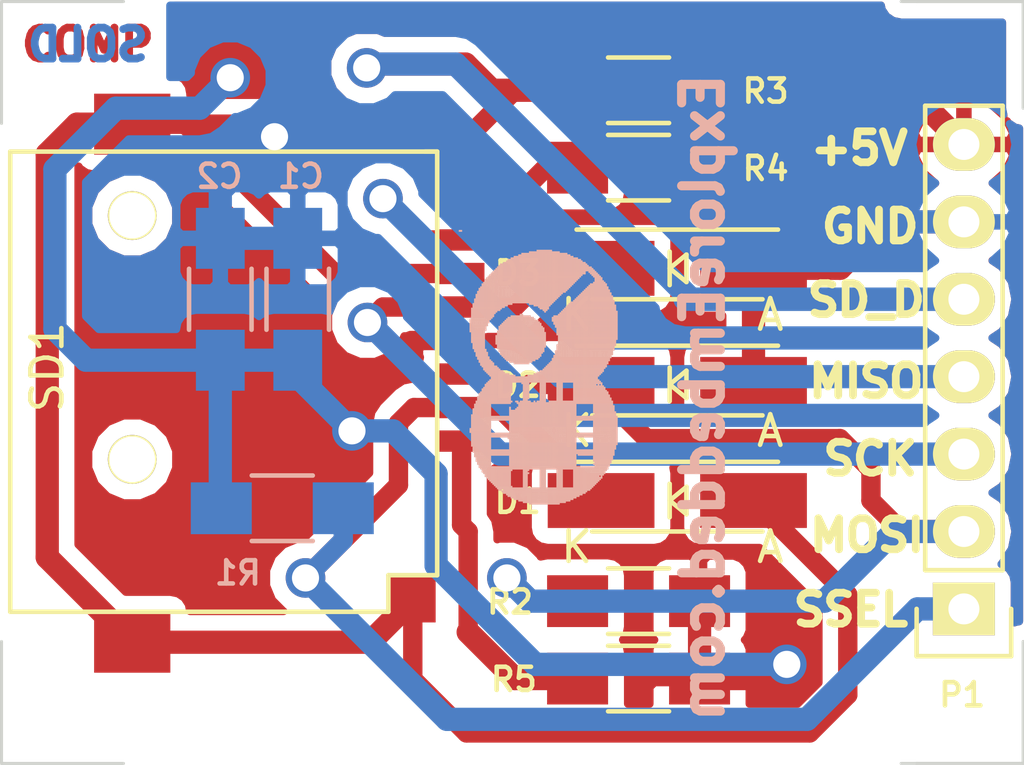
<source format=kicad_pcb>
(kicad_pcb (version 4) (host pcbnew "(2015-01-16 BZR 5376)-product")
  (layers (0 F.Cu signal) (31 B.Cu signal) (34 B.Paste user) (35 F.Paste user) (36 B.SilkS user) (37 F.SilkS user) (38 B.Mask user) (39 F.Mask user) (44 Edge.Cuts user))
  (net 0 "")
  (net 1 GND)
  (net 2 /SSEL)
  (net 3 /MOSI)
  (net 4 /SCK)
  (net 5 /MISO)
  (net 6 /SD_DETECT)
  (net 7 "Net-(R4-Pad1)")
  (net 8 "Net-(R5-Pad1)")
  (net 9 5V)
  (module Capacitors_SMD:C_1206_HandSoldering (layer B.Cu) (at 43.714 34.77 90)
    (fp_text reference C1 (at 4.036 0.101 180) (layer B.SilkS) (effects (font (size 0.762 0.762)) (justify mirror)))
    (fp_text value 100nF hide)
    (pad 1 smd rect (at -2 0 90) (size 2 1.6) (layers B.Cu B.Paste B.Mask) (net 9 5V))
    (pad 2 smd rect (at 2 0 90) (size 2 1.6) (layers B.Cu B.Paste B.Mask) (net 1 GND))
  )
  (module Capacitors_SMD:C_1206_HandSoldering (layer B.Cu) (at 41.174 34.77 90)
    (fp_text reference C2 (at 4.036 -0.026 180) (layer B.SilkS) (effects (font (size 0.762 0.762)) (justify mirror)))
    (fp_text value 10uF hide)
    (pad 1 smd rect (at -2 0 90) (size 2 1.6) (layers B.Cu B.Paste B.Mask) (net 9 5V))
    (pad 2 smd rect (at 2 0 90) (size 2 1.6) (layers B.Cu B.Paste B.Mask) (net 1 GND))
  )
  (module Pin_Headers:Pin_Header_Straight_1x07 (layer F.Cu) (at 65.558 44.93 180)
    (fp_text reference P1 (at 0.058 -2.82 180) (layer F.SilkS) (effects (font (size 0.762 0.762))))
    (fp_text value CONN_01X07 hide)
    (pad 1 thru_hole rect (at 0 0 180) (size 2.032 1.7272) (drill 1.016) (layers *.Cu *.Mask F.SilkS) (net 2 /SSEL))
    (pad 2 thru_hole oval (at 0 2.54 180) (size 2.032 1.7272) (drill 1.016) (layers *.Cu *.Mask F.SilkS) (net 3 /MOSI))
    (pad 3 thru_hole oval (at 0 5.08 180) (size 2.032 1.7272) (drill 1.016) (layers *.Cu *.Mask F.SilkS) (net 4 /SCK))
    (pad 4 thru_hole oval (at 0 7.62 180) (size 2.032 1.7272) (drill 1.016) (layers *.Cu *.Mask F.SilkS) (net 5 /MISO))
    (pad 5 thru_hole oval (at 0 10.16 180) (size 2.032 1.7272) (drill 1.016) (layers *.Cu *.Mask F.SilkS) (net 6 /SD_DETECT))
    (pad 6 thru_hole oval (at 0 12.7 180) (size 2.032 1.7272) (drill 1.016) (layers *.Cu *.Mask F.SilkS) (net 1 GND))
    (pad 7 thru_hole oval (at 0 15.24 180) (size 2.032 1.7272) (drill 1.016) (layers *.Cu *.Mask F.SilkS) (net 9 5V))
  )
  (module Resistors_SMD:R_1206_HandSoldering (layer B.Cu) (at 43.206 41.628)
    (fp_text reference R1 (at -1.456 2.122) (layer B.SilkS) (effects (font (size 0.762 0.762)) (justify mirror)))
    (fp_text value 10k hide)
    (pad 1 smd rect (at -2 0) (size 2 1.7) (layers B.Cu B.Paste B.Mask) (net 9 5V))
    (pad 2 smd rect (at 2 0) (size 2 1.7) (layers B.Cu B.Paste B.Mask) (net 2 /SSEL))
  )
  (module Resistors_SMD:R_1206_HandSoldering (layer F.Cu) (at 54.89 44.676 180)
    (fp_text reference R2 (at 4.217 -0.028 180) (layer F.SilkS) (effects (font (size 0.762 0.762))))
    (fp_text value 10k hide)
    (pad 1 smd rect (at -2 0 180) (size 2 1.7) (layers F.Cu F.Paste F.Mask) (net 9 5V))
    (pad 2 smd rect (at 2 0 180) (size 2 1.7) (layers F.Cu F.Paste F.Mask) (net 3 /MOSI))
  )
  (module Resistors_SMD:R_1206_HandSoldering (layer F.Cu) (at 54.89 27.912 180)
    (fp_text reference R3 (at -4.165 -0.028 180) (layer F.SilkS) (effects (font (size 0.762 0.762))))
    (fp_text value 1K hide)
    (pad 1 smd rect (at -2 0 180) (size 2 1.7) (layers F.Cu F.Paste F.Mask) (net 9 5V))
    (pad 2 smd rect (at 2 0 180) (size 2 1.7) (layers F.Cu F.Paste F.Mask) (net 6 /SD_DETECT))
  )
  (module Resistors_SMD:R_1206_HandSoldering (layer F.Cu) (at 54.89 30.452)
    (fp_text reference R4 (at 4.165 0.028) (layer F.SilkS) (effects (font (size 0.762 0.762))))
    (fp_text value 33K hide)
    (pad 1 smd rect (at -2 0) (size 2 1.7) (layers F.Cu F.Paste F.Mask) (net 7 "Net-(R4-Pad1)"))
    (pad 2 smd rect (at 2 0) (size 2 1.7) (layers F.Cu F.Paste F.Mask) (net 9 5V))
  )
  (module Resistors_SMD:R_1206_HandSoldering (layer F.Cu) (at 54.89 47.216)
    (fp_text reference R5 (at -4.09 0.028) (layer F.SilkS) (effects (font (size 0.762 0.762))))
    (fp_text value 33K hide)
    (pad 1 smd rect (at -2 0) (size 2 1.7) (layers F.Cu F.Paste F.Mask) (net 8 "Net-(R5-Pad1)"))
    (pad 2 smd rect (at 2 0) (size 2 1.7) (layers F.Cu F.Paste F.Mask) (net 9 5V))
  )
  (module ee:Micro_SD (layer F.Cu) (at 48.286 35.024 270)
    (fp_text reference SD1 (at 1.976 12.786 270) (layer F.SilkS) (effects (font (size 1.016 1.016))))
    (fp_text value MICRO_SD hide)
    (pad 1 smd rect (at 4.4 -0.8 270) (size 0.7 1.5) (layers F.Cu F.Paste F.Mask) (net 8 "Net-(R5-Pad1)"))
    (pad 2 smd rect (at 3.3 -0.8 270) (size 0.7 1.5) (layers F.Cu F.Paste F.Mask) (net 2 /SSEL))
    (pad 3 smd rect (at 2.2 -0.8 270) (size 0.7 1.5) (layers F.Cu F.Paste F.Mask) (net 3 /MOSI))
    (pad 4 smd rect (at 1.1 -0.8 270) (size 0.7 1.5) (layers F.Cu F.Paste F.Mask) (net 9 5V))
    (pad 5 smd rect (at 0 -0.8 270) (size 0.7 1.5) (layers F.Cu F.Paste F.Mask) (net 4 /SCK))
    (pad 6 smd rect (at -1.1 -0.8 270) (size 0.7 1.5) (layers F.Cu F.Paste F.Mask) (net 1 GND))
    (pad 7 smd rect (at -2.2 -0.8 270) (size 0.7 1.5) (layers F.Cu F.Paste F.Mask) (net 5 /MISO))
    (pad 8 smd rect (at -3.3 -0.8 270) (size 0.7 1.5) (layers F.Cu F.Paste F.Mask) (net 7 "Net-(R4-Pad1)"))
    (pad 9 smd rect (at -4.4 -0.8 270) (size 0.7 1.5) (layers F.Cu F.Paste F.Mask) (net 6 /SD_DETECT))
    (pad 10 smd rect (at -5.8 0.9 270) (size 1.5 1.5) (layers F.Cu F.Paste F.Mask) (net 1 GND))
    (pad 11 smd rect (at 9.6 0.8 270) (size 1.5 1.5) (layers F.Cu F.Paste F.Mask) (net 1 GND))
    (pad 12 smd rect (at -6 10 270) (size 2 2.5) (layers F.Cu F.Paste F.Mask) (net 1 GND))
    (pad 13 smd rect (at 11 10 270) (size 2 2.5) (layers F.Cu F.Paste F.Mask) (net 1 GND))
    (pad "" thru_hole circle (at -3 10 270) (size 1.6 1.6) (drill 1.5) (layers *.Cu *.Mask F.SilkS))
    (pad "" thru_hole circle (at 5 10 270) (size 1.6 1.6) (drill 1.5) (layers *.Cu *.Mask F.SilkS))
  )
  (module ee:ZenerDiode_SMD (layer F.Cu) (at 56.16 41.374)
    (fp_text reference D1 (at -5.233 0.028) (layer F.SilkS) (effects (font (size 0.762 0.762))))
    (fp_text value ZENER hide)
    (fp_text user K (at -3.302 1.524) (layer F.SilkS))
    (fp_text user A (at 3.048 1.524) (layer F.SilkS))
    (pad 2 smd rect (at -2.49936 0) (size 3.50012 1.80086) (layers F.Cu F.Paste F.Mask) (net 2 /SSEL))
    (pad 1 smd rect (at 2.49936 0) (size 3.50012 1.80086) (layers F.Cu F.Paste F.Mask) (net 1 GND))
  )
  (module ee:ZenerDiode_SMD (layer F.Cu) (at 56.16 37.564)
    (fp_text reference D2 (at -5.233 0.028) (layer F.SilkS) (effects (font (size 0.762 0.762))))
    (fp_text value ZENER hide)
    (fp_text user K (at -3.302 1.524) (layer F.SilkS))
    (fp_text user A (at 3.048 1.524) (layer F.SilkS))
    (pad 2 smd rect (at -2.49936 0) (size 3.50012 1.80086) (layers F.Cu F.Paste F.Mask) (net 3 /MOSI))
    (pad 1 smd rect (at 2.49936 0) (size 3.50012 1.80086) (layers F.Cu F.Paste F.Mask) (net 1 GND))
  )
  (module ee:ZenerDiode_SMD (layer F.Cu) (at 56.16 33.754)
    (fp_text reference D3 (at -5.233 0.155) (layer F.SilkS) (effects (font (size 0.762 0.762))))
    (fp_text value ZENER hide)
    (fp_text user K (at -3.302 1.524) (layer F.SilkS))
    (fp_text user A (at 3.048 1.524) (layer F.SilkS))
    (pad 2 smd rect (at -2.49936 0) (size 3.50012 1.80086) (layers F.Cu F.Paste F.Mask) (net 4 /SCK))
    (pad 1 smd rect (at 2.49936 0) (size 3.50012 1.80086) (layers F.Cu F.Paste F.Mask) (net 1 GND))
  )
  (module "LOGO:LOGO (2)" (layer B.Cu) (at 49 32.5 270)
    (fp_text reference LOGO hide)
    (fp_text value "" (at 0 0 270) (layer B.SilkS) (effects (justify mirror)))
  )
  (gr_line (start 34 25) (end 34 29) (angle 90) (layer Edge.Cuts) (width 0.1))
  (gr_line (start 34 50) (end 34 46) (angle 90) (layer Edge.Cuts) (width 0.1))
  (gr_line (start 34 50) (end 38 50) (angle 90) (layer Edge.Cuts) (width 0.1))
  (gr_line (start 67.5 50) (end 63.5 50) (angle 90) (layer Edge.Cuts) (width 0.1))
  (gr_line (start 67.5 50) (end 67.5 46) (angle 90) (layer Edge.Cuts) (width 0.1))
  (gr_line (start 67.5 25) (end 67.5 28.5) (angle 90) (layer Edge.Cuts) (width 0.1))
  (gr_line (start 67.5 25) (end 63.5 25) (angle 90) (layer Edge.Cuts) (width 0.1))
  (gr_line (start 34 25) (end 38 25) (angle 90) (layer Edge.Cuts) (width 0.1))
  (gr_text ExploreEmbedded.com (at 57 38 90) (layer B.SilkS) (effects (font (size 1.27 1.27) (thickness 0.3)) (justify mirror)))
  (gr_text SOLD (at 36.83 26.416) (layer B.Cu) (effects (font (size 1.016 1.016) (thickness 0.254)) (justify mirror)))
  (gr_text COMP (at 36.83 26.416) (layer F.Cu) (effects (font (size 1.016 1.016) (thickness 0.254))))
  (gr_text SSEL (at 61.849 44.958) (layer F.SilkS) (effects (font (size 1.016 1.016) (thickness 0.254))))
  (gr_text MOSI (at 62.383 42.517) (layer F.SilkS) (effects (font (size 1.016 1.016) (thickness 0.254))))
  (gr_text SCK (at 62.484 40.005) (layer F.SilkS) (effects (font (size 1.016 1.016) (thickness 0.254))))
  (gr_text MISO (at 62.357 37.465) (layer F.SilkS) (effects (font (size 1.016 1.016) (thickness 0.254))))
  (gr_text SD_D (at 62.357 34.798) (layer F.SilkS) (effects (font (size 1.016 1.016) (thickness 0.254))))
  (gr_text GND (at 62.484 32.385) (layer F.SilkS) (effects (font (size 1.016 1.016) (thickness 0.254))))
  (gr_text +5V (at 62.129 29.817) (layer F.SilkS) (effects (font (size 1.016 1.016) (thickness 0.254))))
  (gr_line (start 67.5 50) (end 64 50) (angle 90) (layer Edge.Cuts) (width 0.1))
  (gr_line (start 64 25) (end 67.5 25) (angle 90) (layer Edge.Cuts) (width 0.1))
  (segment (start 60.5 49) (end 61.75 47.75) (width 0.635) (layer F.Cu) (net 1))
  (segment (start 61.75 47.75) (end 61.75 44.46464) (width 0.635) (layer F.Cu) (net 1))
  (segment (start 61.75 44.46464) (end 58.65936 41.374) (width 0.635) (layer F.Cu) (net 1))
  (segment (start 58.65936 41.374) (end 58.65936 41.40936) (width 0.635) (layer F.Cu) (net 1))
  (segment (start 58.65936 33.754) (end 58.65936 37.564) (width 0.762) (layer F.Cu) (net 1))
  (segment (start 61.496 33.754) (end 58.65936 33.754) (width 0.762) (layer F.Cu) (net 1))
  (segment (start 58.65936 33.754) (end 61.496 33.754) (width 0.635) (layer F.Cu) (net 1))
  (segment (start 65.558 32.23) (end 60.48 32.23) (width 0.762) (layer B.Cu) (net 1))
  (segment (start 60.48 32.23) (end 54 25.75) (width 0.762) (layer B.Cu) (net 1))
  (segment (start 42.952 29.436) (end 42.952 28.048) (width 0.762) (layer B.Cu) (net 1))
  (segment (start 42.952 28.048) (end 45.25 25.75) (width 0.762) (layer B.Cu) (net 1))
  (segment (start 60.48 32.23) (end 54 25.75) (width 0.635) (layer B.Cu) (net 1))
  (segment (start 54 25.75) (end 45.25 25.75) (width 0.635) (layer B.Cu) (net 1))
  (segment (start 65.558 32.23) (end 63.02 32.23) (width 0.762) (layer F.Cu) (net 1))
  (segment (start 63.02 32.23) (end 61.496 33.754) (width 0.762) (layer F.Cu) (net 1))
  (segment (start 61.496 33.754) (end 63.02 32.23) (width 0.635) (layer F.Cu) (net 1))
  (segment (start 43.714 32.77) (end 41.174 32.77) (width 0.762) (layer B.Cu) (net 1))
  (segment (start 41.174 32.77) (end 41.174 31.214) (width 0.762) (layer B.Cu) (net 1))
  (segment (start 41.174 31.214) (end 42.952 29.436) (width 0.762) (layer B.Cu) (net 1))
  (segment (start 65.558 32.23) (end 63.02 32.23) (width 0.635) (layer F.Cu) (net 1))
  (segment (start 63.02 32.23) (end 61.496 33.754) (width 0.635) (layer F.Cu) (net 1))
  (segment (start 42.952 29.436) (end 41.174 31.214) (width 0.635) (layer B.Cu) (net 1))
  (via (at 42.952 29.436) (size 1.3) (drill 0.889) (layers F.Cu B.Cu) (net 1))
  (segment (start 38.286 29.024) (end 36.476 29.024) (width 0.762) (layer F.Cu) (net 1))
  (segment (start 35.5 43.238) (end 38.286 46.024) (width 0.762) (layer F.Cu) (net 1))
  (segment (start 35.5 30) (end 35.5 43.238) (width 0.762) (layer F.Cu) (net 1))
  (segment (start 36.476 29.024) (end 35.5 30) (width 0.762) (layer F.Cu) (net 1))
  (segment (start 38.286 46.024) (end 46.086 46.024) (width 0.762) (layer F.Cu) (net 1))
  (segment (start 46.086 46.024) (end 47.486 44.624) (width 0.762) (layer F.Cu) (net 1))
  (segment (start 47.486 44.624) (end 47.486 47.236) (width 0.635) (layer F.Cu) (net 1))
  (segment (start 47.486 47.236) (end 49.25 49) (width 0.635) (layer F.Cu) (net 1))
  (segment (start 49.25 49) (end 60.5 49) (width 0.635) (layer F.Cu) (net 1))
  (segment (start 49.086 33.924) (end 44.924 33.924) (width 0.635) (layer F.Cu) (net 1))
  (segment (start 40.024 29.024) (end 38.286 29.024) (width 0.635) (layer F.Cu) (net 1))
  (segment (start 44.924 33.924) (end 40.024 29.024) (width 0.635) (layer F.Cu) (net 1))
  (segment (start 38.286 29.024) (end 42.54 29.024) (width 0.635) (layer F.Cu) (net 1))
  (segment (start 42.54 29.024) (end 42.952 29.436) (width 0.635) (layer F.Cu) (net 1))
  (segment (start 47.386 29.224) (end 43.164 29.224) (width 0.635) (layer F.Cu) (net 1))
  (segment (start 43.164 29.224) (end 42.952 29.436) (width 0.635) (layer F.Cu) (net 1))
  (segment (start 43.164 29.224) (end 42.952 29.436) (width 0.635) (layer F.Cu) (net 1))
  (segment (start 42.54 29.024) (end 42.952 29.436) (width 0.635) (layer F.Cu) (net 1))
  (segment (start 49.086 38.324) (end 50.316 38.324) (width 0.635) (layer F.Cu) (net 2))
  (segment (start 43.968 43.914) (end 45.206 42.676) (width 0.635) (layer B.Cu) (net 2))
  (segment (start 45.206 42.676) (end 45.206 41.628) (width 0.635) (layer B.Cu) (net 2))
  (via (at 43.968 43.914) (size 1.3) (drill 0.889) (layers F.Cu B.Cu) (net 2))
  (segment (start 47.016 40.866) (end 43.968 43.914) (width 0.635) (layer F.Cu) (net 2))
  (segment (start 47.016 38.834) (end 47.016 40.866) (width 0.635) (layer F.Cu) (net 2))
  (segment (start 47.526 38.324) (end 47.016 38.834) (width 0.635) (layer F.Cu) (net 2))
  (segment (start 49.086 38.324) (end 47.526 38.324) (width 0.635) (layer F.Cu) (net 2))
  (segment (start 64.034 44.93) (end 60.41 48.554) (width 0.762) (layer B.Cu) (net 2))
  (segment (start 60.41 48.554) (end 48.608 48.554) (width 0.762) (layer B.Cu) (net 2))
  (segment (start 48.608 48.554) (end 43.968 43.914) (width 0.762) (layer B.Cu) (net 2))
  (segment (start 65.558 44.93) (end 64.034 44.93) (width 0.762) (layer B.Cu) (net 2))
  (segment (start 50.316 38.324) (end 50.826 38.834) (width 0.635) (layer F.Cu) (net 2))
  (segment (start 50.826 38.834) (end 51.12064 38.834) (width 0.635) (layer F.Cu) (net 2))
  (segment (start 51.12064 38.834) (end 53.66064 41.374) (width 0.635) (layer F.Cu) (net 2))
  (segment (start 49.086 37.224) (end 50.486 37.224) (width 0.635) (layer F.Cu) (net 3))
  (segment (start 63.526 42.39) (end 65.558 42.39) (width 0.762) (layer F.Cu) (net 3))
  (segment (start 51.334 44.676) (end 50.572 43.914) (width 0.635) (layer F.Cu) (net 3))
  (via (at 50.572 43.914) (size 1.3) (drill 0.889) (layers F.Cu B.Cu) (net 3))
  (segment (start 50.572 43.914) (end 51.334 44.676) (width 0.762) (layer B.Cu) (net 3))
  (segment (start 51.334 44.676) (end 60.986 44.676) (width 0.762) (layer B.Cu) (net 3))
  (segment (start 60.986 44.676) (end 63.272 42.39) (width 0.762) (layer B.Cu) (net 3))
  (segment (start 63.272 42.39) (end 65.558 42.39) (width 0.762) (layer B.Cu) (net 3))
  (segment (start 52.89 44.676) (end 51.334 44.676) (width 0.635) (layer F.Cu) (net 3))
  (segment (start 50.486 37.224) (end 50.826 37.564) (width 0.635) (layer F.Cu) (net 3))
  (segment (start 50.826 37.564) (end 53.66064 37.564) (width 0.635) (layer F.Cu) (net 3))
  (segment (start 53.66064 37.85864) (end 55.144 39.342) (width 0.635) (layer F.Cu) (net 3))
  (segment (start 53.66064 37.564) (end 53.66064 37.85864) (width 0.635) (layer F.Cu) (net 3))
  (segment (start 62.51 41.374) (end 63.526 42.39) (width 0.635) (layer F.Cu) (net 3))
  (segment (start 62.51 40.358) (end 62.51 41.374) (width 0.635) (layer F.Cu) (net 3))
  (segment (start 61.494 39.342) (end 62.51 40.358) (width 0.635) (layer F.Cu) (net 3))
  (segment (start 55.144 39.342) (end 61.494 39.342) (width 0.635) (layer F.Cu) (net 3))
  (segment (start 46 35.532) (end 46.032 35.532) (width 0.762) (layer B.Cu) (net 4))
  (segment (start 50.35 39.85) (end 65.558 39.85) (width 0.762) (layer B.Cu) (net 4))
  (segment (start 46.032 35.532) (end 50.35 39.85) (width 0.762) (layer B.Cu) (net 4))
  (segment (start 50.826 35.024) (end 49.086 35.024) (width 0.635) (layer F.Cu) (net 4))
  (via (at 46 35.532) (size 1.3) (drill 0.889) (layers F.Cu B.Cu) (net 4))
  (segment (start 46 35.532) (end 46.508 35.024) (width 0.635) (layer F.Cu) (net 4))
  (segment (start 46.508 35.024) (end 47.27 35.024) (width 0.635) (layer F.Cu) (net 4))
  (segment (start 49.086 35.024) (end 47.27 35.024) (width 0.635) (layer F.Cu) (net 4))
  (segment (start 52.096 33.754) (end 50.826 35.024) (width 0.635) (layer F.Cu) (net 4))
  (segment (start 53.66064 33.754) (end 52.096 33.754) (width 0.635) (layer F.Cu) (net 4))
  (segment (start 65.558 37.31) (end 52.35 37.31) (width 0.762) (layer B.Cu) (net 5))
  (segment (start 52.35 37.31) (end 46.508 31.468) (width 0.762) (layer B.Cu) (net 5))
  (segment (start 52.35 37.31) (end 46.508 31.468) (width 0.635) (layer B.Cu) (net 5))
  (via (at 46.508 31.468) (size 1.3) (drill 0.889) (layers F.Cu B.Cu) (net 5))
  (segment (start 46.508 31.468) (end 47.864 32.824) (width 0.635) (layer F.Cu) (net 5))
  (segment (start 47.864 32.824) (end 49.086 32.824) (width 0.635) (layer F.Cu) (net 5))
  (segment (start 65.558 34.77) (end 56.414 34.77) (width 0.762) (layer B.Cu) (net 6))
  (segment (start 50.826 27.912) (end 49.086 29.652) (width 0.635) (layer F.Cu) (net 6))
  (segment (start 49.086 29.652) (end 49.086 30.624) (width 0.635) (layer F.Cu) (net 6))
  (segment (start 52.89 27.912) (end 50.826 27.912) (width 0.635) (layer F.Cu) (net 6))
  (segment (start 49.2125 27.051) (end 50.0735 27.912) (width 0.762) (layer F.Cu) (net 6))
  (segment (start 50.0735 27.912) (end 52.89 27.912) (width 0.762) (layer F.Cu) (net 6))
  (segment (start 46.101 27.051) (end 49.2125 27.051) (width 0.762) (layer F.Cu) (net 6))
  (segment (start 45.974 27.178) (end 46.101 27.051) (width 0.762) (layer F.Cu) (net 6))
  (via (at 45.974 27.178) (size 1.3) (drill 0.889) (layers F.Cu B.Cu) (net 6))
  (segment (start 46.101 27.051) (end 45.974 27.178) (width 0.762) (layer B.Cu) (net 6))
  (segment (start 56.614 34.77) (end 48.895 27.051) (width 0.762) (layer B.Cu) (net 6))
  (segment (start 48.895 27.051) (end 46.101 27.051) (width 0.762) (layer B.Cu) (net 6))
  (segment (start 65.558 34.77) (end 56.614 34.77) (width 0.762) (layer B.Cu) (net 6))
  (segment (start 51.842 30.452) (end 50.57 31.724) (width 0.635) (layer F.Cu) (net 7))
  (segment (start 50.57 31.724) (end 49.086 31.724) (width 0.635) (layer F.Cu) (net 7))
  (segment (start 52.89 30.452) (end 51.842 30.452) (width 0.635) (layer F.Cu) (net 7))
  (segment (start 49.086 42.174) (end 49.302 42.39) (width 0.635) (layer F.Cu) (net 8))
  (segment (start 49.302 42.39) (end 49.302 45.692) (width 0.635) (layer F.Cu) (net 8))
  (segment (start 49.302 45.692) (end 50.826 47.216) (width 0.762) (layer F.Cu) (net 8))
  (segment (start 50.826 47.216) (end 52.89 47.216) (width 0.762) (layer F.Cu) (net 8))
  (segment (start 49.086 39.424) (end 49.086 42.174) (width 0.635) (layer F.Cu) (net 8))
  (segment (start 41.174 36.77) (end 41.174 41.596) (width 0.762) (layer B.Cu) (net 9))
  (segment (start 41.174 41.596) (end 41.206 41.628) (width 0.762) (layer B.Cu) (net 9))
  (segment (start 65.558 29.69) (end 63.78 27.912) (width 0.762) (layer F.Cu) (net 9))
  (segment (start 63.78 27.912) (end 56.89 27.912) (width 0.762) (layer F.Cu) (net 9))
  (segment (start 56.89 47.216) (end 59.284 47.216) (width 0.762) (layer F.Cu) (net 9))
  (segment (start 59.284 47.216) (end 59.75 46.75) (width 0.762) (layer F.Cu) (net 9))
  (segment (start 56.89 27.912) (end 63.78 27.912) (width 0.762) (layer F.Cu) (net 9))
  (segment (start 56.89 27.912) (end 56.89 27.39) (width 0.635) (layer F.Cu) (net 9))
  (segment (start 56.89 27.39) (end 55.25 25.75) (width 0.635) (layer F.Cu) (net 9))
  (segment (start 36.77 36.77) (end 41.174 36.77) (width 0.762) (layer B.Cu) (net 9))
  (segment (start 35.75 35.75) (end 36.77 36.77) (width 0.762) (layer B.Cu) (net 9))
  (segment (start 35.75 30.5) (end 35.75 35.75) (width 0.762) (layer B.Cu) (net 9))
  (segment (start 37.75 28.5) (end 35.75 30.5) (width 0.762) (layer B.Cu) (net 9))
  (segment (start 40.5 28.5) (end 37.75 28.5) (width 0.762) (layer B.Cu) (net 9))
  (segment (start 41.5 27.5) (end 40.5 28.5) (width 0.762) (layer B.Cu) (net 9))
  (via (at 41.5 27.5) (size 1.3) (drill 0.889) (layers F.Cu B.Cu) (net 9))
  (segment (start 43.25 25.75) (end 41.5 27.5) (width 0.762) (layer F.Cu) (net 9))
  (segment (start 55.25 25.75) (end 43.25 25.75) (width 0.635) (layer F.Cu) (net 9))
  (segment (start 45.492 39.088) (end 46.838 39.088) (width 0.762) (layer B.Cu) (net 9))
  (segment (start 46.838 39.088) (end 48.25 40.5) (width 0.762) (layer B.Cu) (net 9))
  (segment (start 48.25 40.5) (end 48.25 43.5) (width 0.762) (layer B.Cu) (net 9))
  (segment (start 48.25 43.5) (end 51.5 46.75) (width 0.762) (layer B.Cu) (net 9))
  (segment (start 51.5 46.75) (end 59.75 46.75) (width 0.762) (layer B.Cu) (net 9))
  (via (at 59.75 46.75) (size 1.3) (drill 0.889) (layers F.Cu B.Cu) (net 9))
  (segment (start 59.75 46.75) (end 59.284 47.216) (width 0.635) (layer F.Cu) (net 9))
  (segment (start 41.174 41.596) (end 41.206 41.628) (width 0.635) (layer B.Cu) (net 9))
  (segment (start 43.714 36.77) (end 41.174 36.77) (width 0.762) (layer B.Cu) (net 9))
  (segment (start 65.558 29.69) (end 65.558 29.436) (width 0.635) (layer F.Cu) (net 9))
  (segment (start 43.714 37.31) (end 43.714 36.77) (width 0.635) (layer B.Cu) (net 9))
  (segment (start 47.44 36.124) (end 45.492 38.072) (width 0.635) (layer F.Cu) (net 9))
  (segment (start 45.492 38.072) (end 45.492 39.088) (width 0.635) (layer F.Cu) (net 9))
  (via (at 45.492 39.088) (size 1.3) (drill 0.889) (layers F.Cu B.Cu) (net 9))
  (segment (start 45.492 39.088) (end 43.714 37.31) (width 0.762) (layer B.Cu) (net 9))
  (segment (start 49.086 36.124) (end 47.44 36.124) (width 0.635) (layer F.Cu) (net 9))
  (segment (start 56.89 27.912) (end 56.89 30.452) (width 0.635) (layer F.Cu) (net 9))
  (segment (start 56.89 44.676) (end 56.89 47.216) (width 0.762) (layer F.Cu) (net 9))
  (zone (net 9) (net_name 5V) (layer F.Cu) (connect_pads (clearance 0.508)) (min_thickness 0.254) (fill yes (arc_segments 16) (thermal_gap 0.508) (thermal_bridge_width 0.508))
    (polygon (pts (xy 67.5 50) (xy 34 50) (xy 34 25) (xy 67.5 25)))
  )
  (zone (net 1) (net_name GND) (layer B.Cu) (connect_pads (clearance 0.508)) (min_thickness 0.254) (fill yes (arc_segments 16) (thermal_gap 0.508) (thermal_bridge_width 0.508))
    (polygon (pts (xy 67.5 50) (xy 34 50) (xy 34 25) (xy 67.5 25)))
  )
)
</source>
